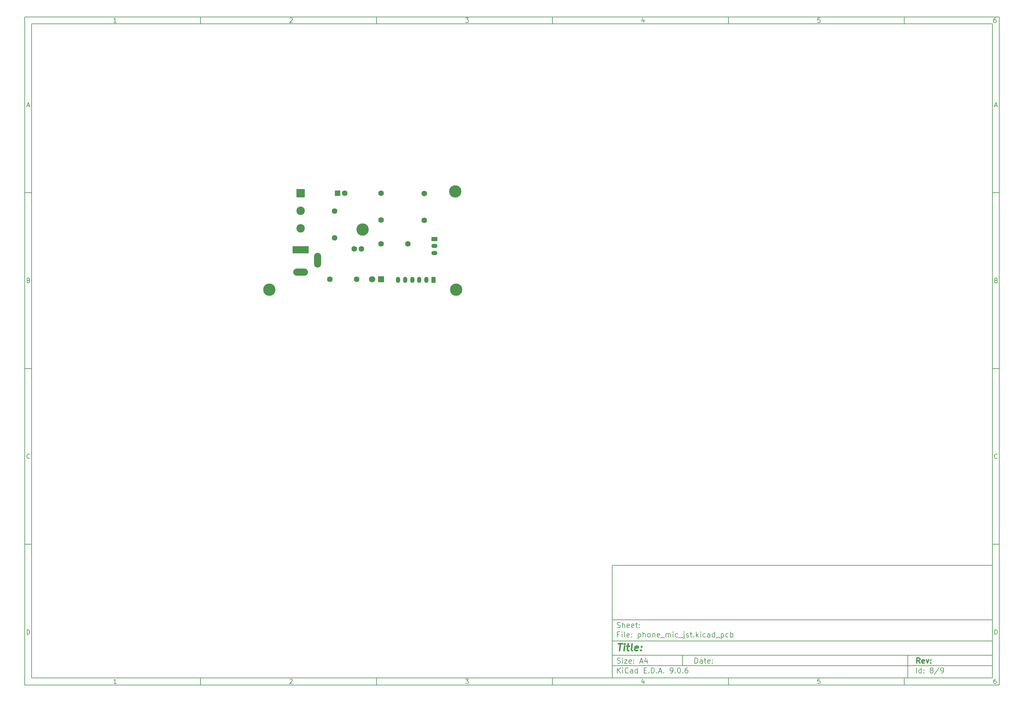
<source format=gbs>
%TF.GenerationSoftware,KiCad,Pcbnew,9.0.6-9.0.6~ubuntu24.04.1*%
%TF.CreationDate,2025-11-30T17:34:31+01:00*%
%TF.ProjectId,phone_mic_jst,70686f6e-655f-46d6-9963-5f6a73742e6b,rev?*%
%TF.SameCoordinates,Original*%
%TF.FileFunction,Soldermask,Bot*%
%TF.FilePolarity,Negative*%
%FSLAX46Y46*%
G04 Gerber Fmt 4.6, Leading zero omitted, Abs format (unit mm)*
G04 Created by KiCad (PCBNEW 9.0.6-9.0.6~ubuntu24.04.1) date 2025-11-30 17:34:31*
%MOMM*%
%LPD*%
G01*
G04 APERTURE LIST*
G04 Aperture macros list*
%AMRoundRect*
0 Rectangle with rounded corners*
0 $1 Rounding radius*
0 $2 $3 $4 $5 $6 $7 $8 $9 X,Y pos of 4 corners*
0 Add a 4 corners polygon primitive as box body*
4,1,4,$2,$3,$4,$5,$6,$7,$8,$9,$2,$3,0*
0 Add four circle primitives for the rounded corners*
1,1,$1+$1,$2,$3*
1,1,$1+$1,$4,$5*
1,1,$1+$1,$6,$7*
1,1,$1+$1,$8,$9*
0 Add four rect primitives between the rounded corners*
20,1,$1+$1,$2,$3,$4,$5,0*
20,1,$1+$1,$4,$5,$6,$7,0*
20,1,$1+$1,$6,$7,$8,$9,0*
20,1,$1+$1,$8,$9,$2,$3,0*%
G04 Aperture macros list end*
%ADD10C,0.100000*%
%ADD11C,0.150000*%
%ADD12C,0.300000*%
%ADD13C,0.400000*%
%ADD14R,1.800000X1.800000*%
%ADD15C,1.800000*%
%ADD16RoundRect,0.250000X0.350000X0.625000X-0.350000X0.625000X-0.350000X-0.625000X0.350000X-0.625000X0*%
%ADD17O,1.200000X1.750000*%
%ADD18C,1.600000*%
%ADD19C,3.500000*%
%ADD20RoundRect,0.250000X-0.625000X0.350000X-0.625000X-0.350000X0.625000X-0.350000X0.625000X0.350000X0*%
%ADD21O,1.750000X1.200000*%
%ADD22R,4.600000X2.000000*%
%ADD23O,4.200000X2.000000*%
%ADD24O,2.000000X4.200000*%
%ADD25RoundRect,0.250000X-0.550000X-0.550000X0.550000X-0.550000X0.550000X0.550000X-0.550000X0.550000X0*%
%ADD26RoundRect,0.250001X-0.949999X0.949999X-0.949999X-0.949999X0.949999X-0.949999X0.949999X0.949999X0*%
%ADD27C,2.400000*%
G04 APERTURE END LIST*
D10*
D11*
X177002200Y-166007200D02*
X285002200Y-166007200D01*
X285002200Y-198007200D01*
X177002200Y-198007200D01*
X177002200Y-166007200D01*
D10*
D11*
X10000000Y-10000000D02*
X287002200Y-10000000D01*
X287002200Y-200007200D01*
X10000000Y-200007200D01*
X10000000Y-10000000D01*
D10*
D11*
X12000000Y-12000000D02*
X285002200Y-12000000D01*
X285002200Y-198007200D01*
X12000000Y-198007200D01*
X12000000Y-12000000D01*
D10*
D11*
X60000000Y-12000000D02*
X60000000Y-10000000D01*
D10*
D11*
X110000000Y-12000000D02*
X110000000Y-10000000D01*
D10*
D11*
X160000000Y-12000000D02*
X160000000Y-10000000D01*
D10*
D11*
X210000000Y-12000000D02*
X210000000Y-10000000D01*
D10*
D11*
X260000000Y-12000000D02*
X260000000Y-10000000D01*
D10*
D11*
X36089160Y-11593604D02*
X35346303Y-11593604D01*
X35717731Y-11593604D02*
X35717731Y-10293604D01*
X35717731Y-10293604D02*
X35593922Y-10479319D01*
X35593922Y-10479319D02*
X35470112Y-10603128D01*
X35470112Y-10603128D02*
X35346303Y-10665033D01*
D10*
D11*
X85346303Y-10417414D02*
X85408207Y-10355509D01*
X85408207Y-10355509D02*
X85532017Y-10293604D01*
X85532017Y-10293604D02*
X85841541Y-10293604D01*
X85841541Y-10293604D02*
X85965350Y-10355509D01*
X85965350Y-10355509D02*
X86027255Y-10417414D01*
X86027255Y-10417414D02*
X86089160Y-10541223D01*
X86089160Y-10541223D02*
X86089160Y-10665033D01*
X86089160Y-10665033D02*
X86027255Y-10850747D01*
X86027255Y-10850747D02*
X85284398Y-11593604D01*
X85284398Y-11593604D02*
X86089160Y-11593604D01*
D10*
D11*
X135284398Y-10293604D02*
X136089160Y-10293604D01*
X136089160Y-10293604D02*
X135655826Y-10788842D01*
X135655826Y-10788842D02*
X135841541Y-10788842D01*
X135841541Y-10788842D02*
X135965350Y-10850747D01*
X135965350Y-10850747D02*
X136027255Y-10912652D01*
X136027255Y-10912652D02*
X136089160Y-11036461D01*
X136089160Y-11036461D02*
X136089160Y-11345985D01*
X136089160Y-11345985D02*
X136027255Y-11469795D01*
X136027255Y-11469795D02*
X135965350Y-11531700D01*
X135965350Y-11531700D02*
X135841541Y-11593604D01*
X135841541Y-11593604D02*
X135470112Y-11593604D01*
X135470112Y-11593604D02*
X135346303Y-11531700D01*
X135346303Y-11531700D02*
X135284398Y-11469795D01*
D10*
D11*
X185965350Y-10726938D02*
X185965350Y-11593604D01*
X185655826Y-10231700D02*
X185346303Y-11160271D01*
X185346303Y-11160271D02*
X186151064Y-11160271D01*
D10*
D11*
X236027255Y-10293604D02*
X235408207Y-10293604D01*
X235408207Y-10293604D02*
X235346303Y-10912652D01*
X235346303Y-10912652D02*
X235408207Y-10850747D01*
X235408207Y-10850747D02*
X235532017Y-10788842D01*
X235532017Y-10788842D02*
X235841541Y-10788842D01*
X235841541Y-10788842D02*
X235965350Y-10850747D01*
X235965350Y-10850747D02*
X236027255Y-10912652D01*
X236027255Y-10912652D02*
X236089160Y-11036461D01*
X236089160Y-11036461D02*
X236089160Y-11345985D01*
X236089160Y-11345985D02*
X236027255Y-11469795D01*
X236027255Y-11469795D02*
X235965350Y-11531700D01*
X235965350Y-11531700D02*
X235841541Y-11593604D01*
X235841541Y-11593604D02*
X235532017Y-11593604D01*
X235532017Y-11593604D02*
X235408207Y-11531700D01*
X235408207Y-11531700D02*
X235346303Y-11469795D01*
D10*
D11*
X285965350Y-10293604D02*
X285717731Y-10293604D01*
X285717731Y-10293604D02*
X285593922Y-10355509D01*
X285593922Y-10355509D02*
X285532017Y-10417414D01*
X285532017Y-10417414D02*
X285408207Y-10603128D01*
X285408207Y-10603128D02*
X285346303Y-10850747D01*
X285346303Y-10850747D02*
X285346303Y-11345985D01*
X285346303Y-11345985D02*
X285408207Y-11469795D01*
X285408207Y-11469795D02*
X285470112Y-11531700D01*
X285470112Y-11531700D02*
X285593922Y-11593604D01*
X285593922Y-11593604D02*
X285841541Y-11593604D01*
X285841541Y-11593604D02*
X285965350Y-11531700D01*
X285965350Y-11531700D02*
X286027255Y-11469795D01*
X286027255Y-11469795D02*
X286089160Y-11345985D01*
X286089160Y-11345985D02*
X286089160Y-11036461D01*
X286089160Y-11036461D02*
X286027255Y-10912652D01*
X286027255Y-10912652D02*
X285965350Y-10850747D01*
X285965350Y-10850747D02*
X285841541Y-10788842D01*
X285841541Y-10788842D02*
X285593922Y-10788842D01*
X285593922Y-10788842D02*
X285470112Y-10850747D01*
X285470112Y-10850747D02*
X285408207Y-10912652D01*
X285408207Y-10912652D02*
X285346303Y-11036461D01*
D10*
D11*
X60000000Y-198007200D02*
X60000000Y-200007200D01*
D10*
D11*
X110000000Y-198007200D02*
X110000000Y-200007200D01*
D10*
D11*
X160000000Y-198007200D02*
X160000000Y-200007200D01*
D10*
D11*
X210000000Y-198007200D02*
X210000000Y-200007200D01*
D10*
D11*
X260000000Y-198007200D02*
X260000000Y-200007200D01*
D10*
D11*
X36089160Y-199600804D02*
X35346303Y-199600804D01*
X35717731Y-199600804D02*
X35717731Y-198300804D01*
X35717731Y-198300804D02*
X35593922Y-198486519D01*
X35593922Y-198486519D02*
X35470112Y-198610328D01*
X35470112Y-198610328D02*
X35346303Y-198672233D01*
D10*
D11*
X85346303Y-198424614D02*
X85408207Y-198362709D01*
X85408207Y-198362709D02*
X85532017Y-198300804D01*
X85532017Y-198300804D02*
X85841541Y-198300804D01*
X85841541Y-198300804D02*
X85965350Y-198362709D01*
X85965350Y-198362709D02*
X86027255Y-198424614D01*
X86027255Y-198424614D02*
X86089160Y-198548423D01*
X86089160Y-198548423D02*
X86089160Y-198672233D01*
X86089160Y-198672233D02*
X86027255Y-198857947D01*
X86027255Y-198857947D02*
X85284398Y-199600804D01*
X85284398Y-199600804D02*
X86089160Y-199600804D01*
D10*
D11*
X135284398Y-198300804D02*
X136089160Y-198300804D01*
X136089160Y-198300804D02*
X135655826Y-198796042D01*
X135655826Y-198796042D02*
X135841541Y-198796042D01*
X135841541Y-198796042D02*
X135965350Y-198857947D01*
X135965350Y-198857947D02*
X136027255Y-198919852D01*
X136027255Y-198919852D02*
X136089160Y-199043661D01*
X136089160Y-199043661D02*
X136089160Y-199353185D01*
X136089160Y-199353185D02*
X136027255Y-199476995D01*
X136027255Y-199476995D02*
X135965350Y-199538900D01*
X135965350Y-199538900D02*
X135841541Y-199600804D01*
X135841541Y-199600804D02*
X135470112Y-199600804D01*
X135470112Y-199600804D02*
X135346303Y-199538900D01*
X135346303Y-199538900D02*
X135284398Y-199476995D01*
D10*
D11*
X185965350Y-198734138D02*
X185965350Y-199600804D01*
X185655826Y-198238900D02*
X185346303Y-199167471D01*
X185346303Y-199167471D02*
X186151064Y-199167471D01*
D10*
D11*
X236027255Y-198300804D02*
X235408207Y-198300804D01*
X235408207Y-198300804D02*
X235346303Y-198919852D01*
X235346303Y-198919852D02*
X235408207Y-198857947D01*
X235408207Y-198857947D02*
X235532017Y-198796042D01*
X235532017Y-198796042D02*
X235841541Y-198796042D01*
X235841541Y-198796042D02*
X235965350Y-198857947D01*
X235965350Y-198857947D02*
X236027255Y-198919852D01*
X236027255Y-198919852D02*
X236089160Y-199043661D01*
X236089160Y-199043661D02*
X236089160Y-199353185D01*
X236089160Y-199353185D02*
X236027255Y-199476995D01*
X236027255Y-199476995D02*
X235965350Y-199538900D01*
X235965350Y-199538900D02*
X235841541Y-199600804D01*
X235841541Y-199600804D02*
X235532017Y-199600804D01*
X235532017Y-199600804D02*
X235408207Y-199538900D01*
X235408207Y-199538900D02*
X235346303Y-199476995D01*
D10*
D11*
X285965350Y-198300804D02*
X285717731Y-198300804D01*
X285717731Y-198300804D02*
X285593922Y-198362709D01*
X285593922Y-198362709D02*
X285532017Y-198424614D01*
X285532017Y-198424614D02*
X285408207Y-198610328D01*
X285408207Y-198610328D02*
X285346303Y-198857947D01*
X285346303Y-198857947D02*
X285346303Y-199353185D01*
X285346303Y-199353185D02*
X285408207Y-199476995D01*
X285408207Y-199476995D02*
X285470112Y-199538900D01*
X285470112Y-199538900D02*
X285593922Y-199600804D01*
X285593922Y-199600804D02*
X285841541Y-199600804D01*
X285841541Y-199600804D02*
X285965350Y-199538900D01*
X285965350Y-199538900D02*
X286027255Y-199476995D01*
X286027255Y-199476995D02*
X286089160Y-199353185D01*
X286089160Y-199353185D02*
X286089160Y-199043661D01*
X286089160Y-199043661D02*
X286027255Y-198919852D01*
X286027255Y-198919852D02*
X285965350Y-198857947D01*
X285965350Y-198857947D02*
X285841541Y-198796042D01*
X285841541Y-198796042D02*
X285593922Y-198796042D01*
X285593922Y-198796042D02*
X285470112Y-198857947D01*
X285470112Y-198857947D02*
X285408207Y-198919852D01*
X285408207Y-198919852D02*
X285346303Y-199043661D01*
D10*
D11*
X10000000Y-60000000D02*
X12000000Y-60000000D01*
D10*
D11*
X10000000Y-110000000D02*
X12000000Y-110000000D01*
D10*
D11*
X10000000Y-160000000D02*
X12000000Y-160000000D01*
D10*
D11*
X10690476Y-35222176D02*
X11309523Y-35222176D01*
X10566666Y-35593604D02*
X10999999Y-34293604D01*
X10999999Y-34293604D02*
X11433333Y-35593604D01*
D10*
D11*
X11092857Y-84912652D02*
X11278571Y-84974557D01*
X11278571Y-84974557D02*
X11340476Y-85036461D01*
X11340476Y-85036461D02*
X11402380Y-85160271D01*
X11402380Y-85160271D02*
X11402380Y-85345985D01*
X11402380Y-85345985D02*
X11340476Y-85469795D01*
X11340476Y-85469795D02*
X11278571Y-85531700D01*
X11278571Y-85531700D02*
X11154761Y-85593604D01*
X11154761Y-85593604D02*
X10659523Y-85593604D01*
X10659523Y-85593604D02*
X10659523Y-84293604D01*
X10659523Y-84293604D02*
X11092857Y-84293604D01*
X11092857Y-84293604D02*
X11216666Y-84355509D01*
X11216666Y-84355509D02*
X11278571Y-84417414D01*
X11278571Y-84417414D02*
X11340476Y-84541223D01*
X11340476Y-84541223D02*
X11340476Y-84665033D01*
X11340476Y-84665033D02*
X11278571Y-84788842D01*
X11278571Y-84788842D02*
X11216666Y-84850747D01*
X11216666Y-84850747D02*
X11092857Y-84912652D01*
X11092857Y-84912652D02*
X10659523Y-84912652D01*
D10*
D11*
X11402380Y-135469795D02*
X11340476Y-135531700D01*
X11340476Y-135531700D02*
X11154761Y-135593604D01*
X11154761Y-135593604D02*
X11030952Y-135593604D01*
X11030952Y-135593604D02*
X10845238Y-135531700D01*
X10845238Y-135531700D02*
X10721428Y-135407890D01*
X10721428Y-135407890D02*
X10659523Y-135284080D01*
X10659523Y-135284080D02*
X10597619Y-135036461D01*
X10597619Y-135036461D02*
X10597619Y-134850747D01*
X10597619Y-134850747D02*
X10659523Y-134603128D01*
X10659523Y-134603128D02*
X10721428Y-134479319D01*
X10721428Y-134479319D02*
X10845238Y-134355509D01*
X10845238Y-134355509D02*
X11030952Y-134293604D01*
X11030952Y-134293604D02*
X11154761Y-134293604D01*
X11154761Y-134293604D02*
X11340476Y-134355509D01*
X11340476Y-134355509D02*
X11402380Y-134417414D01*
D10*
D11*
X10659523Y-185593604D02*
X10659523Y-184293604D01*
X10659523Y-184293604D02*
X10969047Y-184293604D01*
X10969047Y-184293604D02*
X11154761Y-184355509D01*
X11154761Y-184355509D02*
X11278571Y-184479319D01*
X11278571Y-184479319D02*
X11340476Y-184603128D01*
X11340476Y-184603128D02*
X11402380Y-184850747D01*
X11402380Y-184850747D02*
X11402380Y-185036461D01*
X11402380Y-185036461D02*
X11340476Y-185284080D01*
X11340476Y-185284080D02*
X11278571Y-185407890D01*
X11278571Y-185407890D02*
X11154761Y-185531700D01*
X11154761Y-185531700D02*
X10969047Y-185593604D01*
X10969047Y-185593604D02*
X10659523Y-185593604D01*
D10*
D11*
X287002200Y-60000000D02*
X285002200Y-60000000D01*
D10*
D11*
X287002200Y-110000000D02*
X285002200Y-110000000D01*
D10*
D11*
X287002200Y-160000000D02*
X285002200Y-160000000D01*
D10*
D11*
X285692676Y-35222176D02*
X286311723Y-35222176D01*
X285568866Y-35593604D02*
X286002199Y-34293604D01*
X286002199Y-34293604D02*
X286435533Y-35593604D01*
D10*
D11*
X286095057Y-84912652D02*
X286280771Y-84974557D01*
X286280771Y-84974557D02*
X286342676Y-85036461D01*
X286342676Y-85036461D02*
X286404580Y-85160271D01*
X286404580Y-85160271D02*
X286404580Y-85345985D01*
X286404580Y-85345985D02*
X286342676Y-85469795D01*
X286342676Y-85469795D02*
X286280771Y-85531700D01*
X286280771Y-85531700D02*
X286156961Y-85593604D01*
X286156961Y-85593604D02*
X285661723Y-85593604D01*
X285661723Y-85593604D02*
X285661723Y-84293604D01*
X285661723Y-84293604D02*
X286095057Y-84293604D01*
X286095057Y-84293604D02*
X286218866Y-84355509D01*
X286218866Y-84355509D02*
X286280771Y-84417414D01*
X286280771Y-84417414D02*
X286342676Y-84541223D01*
X286342676Y-84541223D02*
X286342676Y-84665033D01*
X286342676Y-84665033D02*
X286280771Y-84788842D01*
X286280771Y-84788842D02*
X286218866Y-84850747D01*
X286218866Y-84850747D02*
X286095057Y-84912652D01*
X286095057Y-84912652D02*
X285661723Y-84912652D01*
D10*
D11*
X286404580Y-135469795D02*
X286342676Y-135531700D01*
X286342676Y-135531700D02*
X286156961Y-135593604D01*
X286156961Y-135593604D02*
X286033152Y-135593604D01*
X286033152Y-135593604D02*
X285847438Y-135531700D01*
X285847438Y-135531700D02*
X285723628Y-135407890D01*
X285723628Y-135407890D02*
X285661723Y-135284080D01*
X285661723Y-135284080D02*
X285599819Y-135036461D01*
X285599819Y-135036461D02*
X285599819Y-134850747D01*
X285599819Y-134850747D02*
X285661723Y-134603128D01*
X285661723Y-134603128D02*
X285723628Y-134479319D01*
X285723628Y-134479319D02*
X285847438Y-134355509D01*
X285847438Y-134355509D02*
X286033152Y-134293604D01*
X286033152Y-134293604D02*
X286156961Y-134293604D01*
X286156961Y-134293604D02*
X286342676Y-134355509D01*
X286342676Y-134355509D02*
X286404580Y-134417414D01*
D10*
D11*
X285661723Y-185593604D02*
X285661723Y-184293604D01*
X285661723Y-184293604D02*
X285971247Y-184293604D01*
X285971247Y-184293604D02*
X286156961Y-184355509D01*
X286156961Y-184355509D02*
X286280771Y-184479319D01*
X286280771Y-184479319D02*
X286342676Y-184603128D01*
X286342676Y-184603128D02*
X286404580Y-184850747D01*
X286404580Y-184850747D02*
X286404580Y-185036461D01*
X286404580Y-185036461D02*
X286342676Y-185284080D01*
X286342676Y-185284080D02*
X286280771Y-185407890D01*
X286280771Y-185407890D02*
X286156961Y-185531700D01*
X286156961Y-185531700D02*
X285971247Y-185593604D01*
X285971247Y-185593604D02*
X285661723Y-185593604D01*
D10*
D11*
X200458026Y-193793328D02*
X200458026Y-192293328D01*
X200458026Y-192293328D02*
X200815169Y-192293328D01*
X200815169Y-192293328D02*
X201029455Y-192364757D01*
X201029455Y-192364757D02*
X201172312Y-192507614D01*
X201172312Y-192507614D02*
X201243741Y-192650471D01*
X201243741Y-192650471D02*
X201315169Y-192936185D01*
X201315169Y-192936185D02*
X201315169Y-193150471D01*
X201315169Y-193150471D02*
X201243741Y-193436185D01*
X201243741Y-193436185D02*
X201172312Y-193579042D01*
X201172312Y-193579042D02*
X201029455Y-193721900D01*
X201029455Y-193721900D02*
X200815169Y-193793328D01*
X200815169Y-193793328D02*
X200458026Y-193793328D01*
X202600884Y-193793328D02*
X202600884Y-193007614D01*
X202600884Y-193007614D02*
X202529455Y-192864757D01*
X202529455Y-192864757D02*
X202386598Y-192793328D01*
X202386598Y-192793328D02*
X202100884Y-192793328D01*
X202100884Y-192793328D02*
X201958026Y-192864757D01*
X202600884Y-193721900D02*
X202458026Y-193793328D01*
X202458026Y-193793328D02*
X202100884Y-193793328D01*
X202100884Y-193793328D02*
X201958026Y-193721900D01*
X201958026Y-193721900D02*
X201886598Y-193579042D01*
X201886598Y-193579042D02*
X201886598Y-193436185D01*
X201886598Y-193436185D02*
X201958026Y-193293328D01*
X201958026Y-193293328D02*
X202100884Y-193221900D01*
X202100884Y-193221900D02*
X202458026Y-193221900D01*
X202458026Y-193221900D02*
X202600884Y-193150471D01*
X203100884Y-192793328D02*
X203672312Y-192793328D01*
X203315169Y-192293328D02*
X203315169Y-193579042D01*
X203315169Y-193579042D02*
X203386598Y-193721900D01*
X203386598Y-193721900D02*
X203529455Y-193793328D01*
X203529455Y-193793328D02*
X203672312Y-193793328D01*
X204743741Y-193721900D02*
X204600884Y-193793328D01*
X204600884Y-193793328D02*
X204315170Y-193793328D01*
X204315170Y-193793328D02*
X204172312Y-193721900D01*
X204172312Y-193721900D02*
X204100884Y-193579042D01*
X204100884Y-193579042D02*
X204100884Y-193007614D01*
X204100884Y-193007614D02*
X204172312Y-192864757D01*
X204172312Y-192864757D02*
X204315170Y-192793328D01*
X204315170Y-192793328D02*
X204600884Y-192793328D01*
X204600884Y-192793328D02*
X204743741Y-192864757D01*
X204743741Y-192864757D02*
X204815170Y-193007614D01*
X204815170Y-193007614D02*
X204815170Y-193150471D01*
X204815170Y-193150471D02*
X204100884Y-193293328D01*
X205458026Y-193650471D02*
X205529455Y-193721900D01*
X205529455Y-193721900D02*
X205458026Y-193793328D01*
X205458026Y-193793328D02*
X205386598Y-193721900D01*
X205386598Y-193721900D02*
X205458026Y-193650471D01*
X205458026Y-193650471D02*
X205458026Y-193793328D01*
X205458026Y-192864757D02*
X205529455Y-192936185D01*
X205529455Y-192936185D02*
X205458026Y-193007614D01*
X205458026Y-193007614D02*
X205386598Y-192936185D01*
X205386598Y-192936185D02*
X205458026Y-192864757D01*
X205458026Y-192864757D02*
X205458026Y-193007614D01*
D10*
D11*
X177002200Y-194507200D02*
X285002200Y-194507200D01*
D10*
D11*
X178458026Y-196593328D02*
X178458026Y-195093328D01*
X179315169Y-196593328D02*
X178672312Y-195736185D01*
X179315169Y-195093328D02*
X178458026Y-195950471D01*
X179958026Y-196593328D02*
X179958026Y-195593328D01*
X179958026Y-195093328D02*
X179886598Y-195164757D01*
X179886598Y-195164757D02*
X179958026Y-195236185D01*
X179958026Y-195236185D02*
X180029455Y-195164757D01*
X180029455Y-195164757D02*
X179958026Y-195093328D01*
X179958026Y-195093328D02*
X179958026Y-195236185D01*
X181529455Y-196450471D02*
X181458027Y-196521900D01*
X181458027Y-196521900D02*
X181243741Y-196593328D01*
X181243741Y-196593328D02*
X181100884Y-196593328D01*
X181100884Y-196593328D02*
X180886598Y-196521900D01*
X180886598Y-196521900D02*
X180743741Y-196379042D01*
X180743741Y-196379042D02*
X180672312Y-196236185D01*
X180672312Y-196236185D02*
X180600884Y-195950471D01*
X180600884Y-195950471D02*
X180600884Y-195736185D01*
X180600884Y-195736185D02*
X180672312Y-195450471D01*
X180672312Y-195450471D02*
X180743741Y-195307614D01*
X180743741Y-195307614D02*
X180886598Y-195164757D01*
X180886598Y-195164757D02*
X181100884Y-195093328D01*
X181100884Y-195093328D02*
X181243741Y-195093328D01*
X181243741Y-195093328D02*
X181458027Y-195164757D01*
X181458027Y-195164757D02*
X181529455Y-195236185D01*
X182815170Y-196593328D02*
X182815170Y-195807614D01*
X182815170Y-195807614D02*
X182743741Y-195664757D01*
X182743741Y-195664757D02*
X182600884Y-195593328D01*
X182600884Y-195593328D02*
X182315170Y-195593328D01*
X182315170Y-195593328D02*
X182172312Y-195664757D01*
X182815170Y-196521900D02*
X182672312Y-196593328D01*
X182672312Y-196593328D02*
X182315170Y-196593328D01*
X182315170Y-196593328D02*
X182172312Y-196521900D01*
X182172312Y-196521900D02*
X182100884Y-196379042D01*
X182100884Y-196379042D02*
X182100884Y-196236185D01*
X182100884Y-196236185D02*
X182172312Y-196093328D01*
X182172312Y-196093328D02*
X182315170Y-196021900D01*
X182315170Y-196021900D02*
X182672312Y-196021900D01*
X182672312Y-196021900D02*
X182815170Y-195950471D01*
X184172313Y-196593328D02*
X184172313Y-195093328D01*
X184172313Y-196521900D02*
X184029455Y-196593328D01*
X184029455Y-196593328D02*
X183743741Y-196593328D01*
X183743741Y-196593328D02*
X183600884Y-196521900D01*
X183600884Y-196521900D02*
X183529455Y-196450471D01*
X183529455Y-196450471D02*
X183458027Y-196307614D01*
X183458027Y-196307614D02*
X183458027Y-195879042D01*
X183458027Y-195879042D02*
X183529455Y-195736185D01*
X183529455Y-195736185D02*
X183600884Y-195664757D01*
X183600884Y-195664757D02*
X183743741Y-195593328D01*
X183743741Y-195593328D02*
X184029455Y-195593328D01*
X184029455Y-195593328D02*
X184172313Y-195664757D01*
X186029455Y-195807614D02*
X186529455Y-195807614D01*
X186743741Y-196593328D02*
X186029455Y-196593328D01*
X186029455Y-196593328D02*
X186029455Y-195093328D01*
X186029455Y-195093328D02*
X186743741Y-195093328D01*
X187386598Y-196450471D02*
X187458027Y-196521900D01*
X187458027Y-196521900D02*
X187386598Y-196593328D01*
X187386598Y-196593328D02*
X187315170Y-196521900D01*
X187315170Y-196521900D02*
X187386598Y-196450471D01*
X187386598Y-196450471D02*
X187386598Y-196593328D01*
X188100884Y-196593328D02*
X188100884Y-195093328D01*
X188100884Y-195093328D02*
X188458027Y-195093328D01*
X188458027Y-195093328D02*
X188672313Y-195164757D01*
X188672313Y-195164757D02*
X188815170Y-195307614D01*
X188815170Y-195307614D02*
X188886599Y-195450471D01*
X188886599Y-195450471D02*
X188958027Y-195736185D01*
X188958027Y-195736185D02*
X188958027Y-195950471D01*
X188958027Y-195950471D02*
X188886599Y-196236185D01*
X188886599Y-196236185D02*
X188815170Y-196379042D01*
X188815170Y-196379042D02*
X188672313Y-196521900D01*
X188672313Y-196521900D02*
X188458027Y-196593328D01*
X188458027Y-196593328D02*
X188100884Y-196593328D01*
X189600884Y-196450471D02*
X189672313Y-196521900D01*
X189672313Y-196521900D02*
X189600884Y-196593328D01*
X189600884Y-196593328D02*
X189529456Y-196521900D01*
X189529456Y-196521900D02*
X189600884Y-196450471D01*
X189600884Y-196450471D02*
X189600884Y-196593328D01*
X190243742Y-196164757D02*
X190958028Y-196164757D01*
X190100885Y-196593328D02*
X190600885Y-195093328D01*
X190600885Y-195093328D02*
X191100885Y-196593328D01*
X191600884Y-196450471D02*
X191672313Y-196521900D01*
X191672313Y-196521900D02*
X191600884Y-196593328D01*
X191600884Y-196593328D02*
X191529456Y-196521900D01*
X191529456Y-196521900D02*
X191600884Y-196450471D01*
X191600884Y-196450471D02*
X191600884Y-196593328D01*
X193529456Y-196593328D02*
X193815170Y-196593328D01*
X193815170Y-196593328D02*
X193958027Y-196521900D01*
X193958027Y-196521900D02*
X194029456Y-196450471D01*
X194029456Y-196450471D02*
X194172313Y-196236185D01*
X194172313Y-196236185D02*
X194243742Y-195950471D01*
X194243742Y-195950471D02*
X194243742Y-195379042D01*
X194243742Y-195379042D02*
X194172313Y-195236185D01*
X194172313Y-195236185D02*
X194100885Y-195164757D01*
X194100885Y-195164757D02*
X193958027Y-195093328D01*
X193958027Y-195093328D02*
X193672313Y-195093328D01*
X193672313Y-195093328D02*
X193529456Y-195164757D01*
X193529456Y-195164757D02*
X193458027Y-195236185D01*
X193458027Y-195236185D02*
X193386599Y-195379042D01*
X193386599Y-195379042D02*
X193386599Y-195736185D01*
X193386599Y-195736185D02*
X193458027Y-195879042D01*
X193458027Y-195879042D02*
X193529456Y-195950471D01*
X193529456Y-195950471D02*
X193672313Y-196021900D01*
X193672313Y-196021900D02*
X193958027Y-196021900D01*
X193958027Y-196021900D02*
X194100885Y-195950471D01*
X194100885Y-195950471D02*
X194172313Y-195879042D01*
X194172313Y-195879042D02*
X194243742Y-195736185D01*
X194886598Y-196450471D02*
X194958027Y-196521900D01*
X194958027Y-196521900D02*
X194886598Y-196593328D01*
X194886598Y-196593328D02*
X194815170Y-196521900D01*
X194815170Y-196521900D02*
X194886598Y-196450471D01*
X194886598Y-196450471D02*
X194886598Y-196593328D01*
X195886599Y-195093328D02*
X196029456Y-195093328D01*
X196029456Y-195093328D02*
X196172313Y-195164757D01*
X196172313Y-195164757D02*
X196243742Y-195236185D01*
X196243742Y-195236185D02*
X196315170Y-195379042D01*
X196315170Y-195379042D02*
X196386599Y-195664757D01*
X196386599Y-195664757D02*
X196386599Y-196021900D01*
X196386599Y-196021900D02*
X196315170Y-196307614D01*
X196315170Y-196307614D02*
X196243742Y-196450471D01*
X196243742Y-196450471D02*
X196172313Y-196521900D01*
X196172313Y-196521900D02*
X196029456Y-196593328D01*
X196029456Y-196593328D02*
X195886599Y-196593328D01*
X195886599Y-196593328D02*
X195743742Y-196521900D01*
X195743742Y-196521900D02*
X195672313Y-196450471D01*
X195672313Y-196450471D02*
X195600884Y-196307614D01*
X195600884Y-196307614D02*
X195529456Y-196021900D01*
X195529456Y-196021900D02*
X195529456Y-195664757D01*
X195529456Y-195664757D02*
X195600884Y-195379042D01*
X195600884Y-195379042D02*
X195672313Y-195236185D01*
X195672313Y-195236185D02*
X195743742Y-195164757D01*
X195743742Y-195164757D02*
X195886599Y-195093328D01*
X197029455Y-196450471D02*
X197100884Y-196521900D01*
X197100884Y-196521900D02*
X197029455Y-196593328D01*
X197029455Y-196593328D02*
X196958027Y-196521900D01*
X196958027Y-196521900D02*
X197029455Y-196450471D01*
X197029455Y-196450471D02*
X197029455Y-196593328D01*
X198386599Y-195093328D02*
X198100884Y-195093328D01*
X198100884Y-195093328D02*
X197958027Y-195164757D01*
X197958027Y-195164757D02*
X197886599Y-195236185D01*
X197886599Y-195236185D02*
X197743741Y-195450471D01*
X197743741Y-195450471D02*
X197672313Y-195736185D01*
X197672313Y-195736185D02*
X197672313Y-196307614D01*
X197672313Y-196307614D02*
X197743741Y-196450471D01*
X197743741Y-196450471D02*
X197815170Y-196521900D01*
X197815170Y-196521900D02*
X197958027Y-196593328D01*
X197958027Y-196593328D02*
X198243741Y-196593328D01*
X198243741Y-196593328D02*
X198386599Y-196521900D01*
X198386599Y-196521900D02*
X198458027Y-196450471D01*
X198458027Y-196450471D02*
X198529456Y-196307614D01*
X198529456Y-196307614D02*
X198529456Y-195950471D01*
X198529456Y-195950471D02*
X198458027Y-195807614D01*
X198458027Y-195807614D02*
X198386599Y-195736185D01*
X198386599Y-195736185D02*
X198243741Y-195664757D01*
X198243741Y-195664757D02*
X197958027Y-195664757D01*
X197958027Y-195664757D02*
X197815170Y-195736185D01*
X197815170Y-195736185D02*
X197743741Y-195807614D01*
X197743741Y-195807614D02*
X197672313Y-195950471D01*
D10*
D11*
X177002200Y-191507200D02*
X285002200Y-191507200D01*
D10*
D12*
X264413853Y-193785528D02*
X263913853Y-193071242D01*
X263556710Y-193785528D02*
X263556710Y-192285528D01*
X263556710Y-192285528D02*
X264128139Y-192285528D01*
X264128139Y-192285528D02*
X264270996Y-192356957D01*
X264270996Y-192356957D02*
X264342425Y-192428385D01*
X264342425Y-192428385D02*
X264413853Y-192571242D01*
X264413853Y-192571242D02*
X264413853Y-192785528D01*
X264413853Y-192785528D02*
X264342425Y-192928385D01*
X264342425Y-192928385D02*
X264270996Y-192999814D01*
X264270996Y-192999814D02*
X264128139Y-193071242D01*
X264128139Y-193071242D02*
X263556710Y-193071242D01*
X265628139Y-193714100D02*
X265485282Y-193785528D01*
X265485282Y-193785528D02*
X265199568Y-193785528D01*
X265199568Y-193785528D02*
X265056710Y-193714100D01*
X265056710Y-193714100D02*
X264985282Y-193571242D01*
X264985282Y-193571242D02*
X264985282Y-192999814D01*
X264985282Y-192999814D02*
X265056710Y-192856957D01*
X265056710Y-192856957D02*
X265199568Y-192785528D01*
X265199568Y-192785528D02*
X265485282Y-192785528D01*
X265485282Y-192785528D02*
X265628139Y-192856957D01*
X265628139Y-192856957D02*
X265699568Y-192999814D01*
X265699568Y-192999814D02*
X265699568Y-193142671D01*
X265699568Y-193142671D02*
X264985282Y-193285528D01*
X266199567Y-192785528D02*
X266556710Y-193785528D01*
X266556710Y-193785528D02*
X266913853Y-192785528D01*
X267485281Y-193642671D02*
X267556710Y-193714100D01*
X267556710Y-193714100D02*
X267485281Y-193785528D01*
X267485281Y-193785528D02*
X267413853Y-193714100D01*
X267413853Y-193714100D02*
X267485281Y-193642671D01*
X267485281Y-193642671D02*
X267485281Y-193785528D01*
X267485281Y-192856957D02*
X267556710Y-192928385D01*
X267556710Y-192928385D02*
X267485281Y-192999814D01*
X267485281Y-192999814D02*
X267413853Y-192928385D01*
X267413853Y-192928385D02*
X267485281Y-192856957D01*
X267485281Y-192856957D02*
X267485281Y-192999814D01*
D10*
D11*
X178386598Y-193721900D02*
X178600884Y-193793328D01*
X178600884Y-193793328D02*
X178958026Y-193793328D01*
X178958026Y-193793328D02*
X179100884Y-193721900D01*
X179100884Y-193721900D02*
X179172312Y-193650471D01*
X179172312Y-193650471D02*
X179243741Y-193507614D01*
X179243741Y-193507614D02*
X179243741Y-193364757D01*
X179243741Y-193364757D02*
X179172312Y-193221900D01*
X179172312Y-193221900D02*
X179100884Y-193150471D01*
X179100884Y-193150471D02*
X178958026Y-193079042D01*
X178958026Y-193079042D02*
X178672312Y-193007614D01*
X178672312Y-193007614D02*
X178529455Y-192936185D01*
X178529455Y-192936185D02*
X178458026Y-192864757D01*
X178458026Y-192864757D02*
X178386598Y-192721900D01*
X178386598Y-192721900D02*
X178386598Y-192579042D01*
X178386598Y-192579042D02*
X178458026Y-192436185D01*
X178458026Y-192436185D02*
X178529455Y-192364757D01*
X178529455Y-192364757D02*
X178672312Y-192293328D01*
X178672312Y-192293328D02*
X179029455Y-192293328D01*
X179029455Y-192293328D02*
X179243741Y-192364757D01*
X179886597Y-193793328D02*
X179886597Y-192793328D01*
X179886597Y-192293328D02*
X179815169Y-192364757D01*
X179815169Y-192364757D02*
X179886597Y-192436185D01*
X179886597Y-192436185D02*
X179958026Y-192364757D01*
X179958026Y-192364757D02*
X179886597Y-192293328D01*
X179886597Y-192293328D02*
X179886597Y-192436185D01*
X180458026Y-192793328D02*
X181243741Y-192793328D01*
X181243741Y-192793328D02*
X180458026Y-193793328D01*
X180458026Y-193793328D02*
X181243741Y-193793328D01*
X182386598Y-193721900D02*
X182243741Y-193793328D01*
X182243741Y-193793328D02*
X181958027Y-193793328D01*
X181958027Y-193793328D02*
X181815169Y-193721900D01*
X181815169Y-193721900D02*
X181743741Y-193579042D01*
X181743741Y-193579042D02*
X181743741Y-193007614D01*
X181743741Y-193007614D02*
X181815169Y-192864757D01*
X181815169Y-192864757D02*
X181958027Y-192793328D01*
X181958027Y-192793328D02*
X182243741Y-192793328D01*
X182243741Y-192793328D02*
X182386598Y-192864757D01*
X182386598Y-192864757D02*
X182458027Y-193007614D01*
X182458027Y-193007614D02*
X182458027Y-193150471D01*
X182458027Y-193150471D02*
X181743741Y-193293328D01*
X183100883Y-193650471D02*
X183172312Y-193721900D01*
X183172312Y-193721900D02*
X183100883Y-193793328D01*
X183100883Y-193793328D02*
X183029455Y-193721900D01*
X183029455Y-193721900D02*
X183100883Y-193650471D01*
X183100883Y-193650471D02*
X183100883Y-193793328D01*
X183100883Y-192864757D02*
X183172312Y-192936185D01*
X183172312Y-192936185D02*
X183100883Y-193007614D01*
X183100883Y-193007614D02*
X183029455Y-192936185D01*
X183029455Y-192936185D02*
X183100883Y-192864757D01*
X183100883Y-192864757D02*
X183100883Y-193007614D01*
X184886598Y-193364757D02*
X185600884Y-193364757D01*
X184743741Y-193793328D02*
X185243741Y-192293328D01*
X185243741Y-192293328D02*
X185743741Y-193793328D01*
X186886598Y-192793328D02*
X186886598Y-193793328D01*
X186529455Y-192221900D02*
X186172312Y-193293328D01*
X186172312Y-193293328D02*
X187100883Y-193293328D01*
D10*
D11*
X263458026Y-196593328D02*
X263458026Y-195093328D01*
X264815170Y-196593328D02*
X264815170Y-195093328D01*
X264815170Y-196521900D02*
X264672312Y-196593328D01*
X264672312Y-196593328D02*
X264386598Y-196593328D01*
X264386598Y-196593328D02*
X264243741Y-196521900D01*
X264243741Y-196521900D02*
X264172312Y-196450471D01*
X264172312Y-196450471D02*
X264100884Y-196307614D01*
X264100884Y-196307614D02*
X264100884Y-195879042D01*
X264100884Y-195879042D02*
X264172312Y-195736185D01*
X264172312Y-195736185D02*
X264243741Y-195664757D01*
X264243741Y-195664757D02*
X264386598Y-195593328D01*
X264386598Y-195593328D02*
X264672312Y-195593328D01*
X264672312Y-195593328D02*
X264815170Y-195664757D01*
X265529455Y-196450471D02*
X265600884Y-196521900D01*
X265600884Y-196521900D02*
X265529455Y-196593328D01*
X265529455Y-196593328D02*
X265458027Y-196521900D01*
X265458027Y-196521900D02*
X265529455Y-196450471D01*
X265529455Y-196450471D02*
X265529455Y-196593328D01*
X265529455Y-195664757D02*
X265600884Y-195736185D01*
X265600884Y-195736185D02*
X265529455Y-195807614D01*
X265529455Y-195807614D02*
X265458027Y-195736185D01*
X265458027Y-195736185D02*
X265529455Y-195664757D01*
X265529455Y-195664757D02*
X265529455Y-195807614D01*
X267600884Y-195736185D02*
X267458027Y-195664757D01*
X267458027Y-195664757D02*
X267386598Y-195593328D01*
X267386598Y-195593328D02*
X267315170Y-195450471D01*
X267315170Y-195450471D02*
X267315170Y-195379042D01*
X267315170Y-195379042D02*
X267386598Y-195236185D01*
X267386598Y-195236185D02*
X267458027Y-195164757D01*
X267458027Y-195164757D02*
X267600884Y-195093328D01*
X267600884Y-195093328D02*
X267886598Y-195093328D01*
X267886598Y-195093328D02*
X268029456Y-195164757D01*
X268029456Y-195164757D02*
X268100884Y-195236185D01*
X268100884Y-195236185D02*
X268172313Y-195379042D01*
X268172313Y-195379042D02*
X268172313Y-195450471D01*
X268172313Y-195450471D02*
X268100884Y-195593328D01*
X268100884Y-195593328D02*
X268029456Y-195664757D01*
X268029456Y-195664757D02*
X267886598Y-195736185D01*
X267886598Y-195736185D02*
X267600884Y-195736185D01*
X267600884Y-195736185D02*
X267458027Y-195807614D01*
X267458027Y-195807614D02*
X267386598Y-195879042D01*
X267386598Y-195879042D02*
X267315170Y-196021900D01*
X267315170Y-196021900D02*
X267315170Y-196307614D01*
X267315170Y-196307614D02*
X267386598Y-196450471D01*
X267386598Y-196450471D02*
X267458027Y-196521900D01*
X267458027Y-196521900D02*
X267600884Y-196593328D01*
X267600884Y-196593328D02*
X267886598Y-196593328D01*
X267886598Y-196593328D02*
X268029456Y-196521900D01*
X268029456Y-196521900D02*
X268100884Y-196450471D01*
X268100884Y-196450471D02*
X268172313Y-196307614D01*
X268172313Y-196307614D02*
X268172313Y-196021900D01*
X268172313Y-196021900D02*
X268100884Y-195879042D01*
X268100884Y-195879042D02*
X268029456Y-195807614D01*
X268029456Y-195807614D02*
X267886598Y-195736185D01*
X269886598Y-195021900D02*
X268600884Y-196950471D01*
X270458027Y-196593328D02*
X270743741Y-196593328D01*
X270743741Y-196593328D02*
X270886598Y-196521900D01*
X270886598Y-196521900D02*
X270958027Y-196450471D01*
X270958027Y-196450471D02*
X271100884Y-196236185D01*
X271100884Y-196236185D02*
X271172313Y-195950471D01*
X271172313Y-195950471D02*
X271172313Y-195379042D01*
X271172313Y-195379042D02*
X271100884Y-195236185D01*
X271100884Y-195236185D02*
X271029456Y-195164757D01*
X271029456Y-195164757D02*
X270886598Y-195093328D01*
X270886598Y-195093328D02*
X270600884Y-195093328D01*
X270600884Y-195093328D02*
X270458027Y-195164757D01*
X270458027Y-195164757D02*
X270386598Y-195236185D01*
X270386598Y-195236185D02*
X270315170Y-195379042D01*
X270315170Y-195379042D02*
X270315170Y-195736185D01*
X270315170Y-195736185D02*
X270386598Y-195879042D01*
X270386598Y-195879042D02*
X270458027Y-195950471D01*
X270458027Y-195950471D02*
X270600884Y-196021900D01*
X270600884Y-196021900D02*
X270886598Y-196021900D01*
X270886598Y-196021900D02*
X271029456Y-195950471D01*
X271029456Y-195950471D02*
X271100884Y-195879042D01*
X271100884Y-195879042D02*
X271172313Y-195736185D01*
D10*
D11*
X177002200Y-187507200D02*
X285002200Y-187507200D01*
D10*
D13*
X178693928Y-188211638D02*
X179836785Y-188211638D01*
X179015357Y-190211638D02*
X179265357Y-188211638D01*
X180253452Y-190211638D02*
X180420119Y-188878304D01*
X180503452Y-188211638D02*
X180396309Y-188306876D01*
X180396309Y-188306876D02*
X180479643Y-188402114D01*
X180479643Y-188402114D02*
X180586786Y-188306876D01*
X180586786Y-188306876D02*
X180503452Y-188211638D01*
X180503452Y-188211638D02*
X180479643Y-188402114D01*
X181086786Y-188878304D02*
X181848690Y-188878304D01*
X181455833Y-188211638D02*
X181241548Y-189925923D01*
X181241548Y-189925923D02*
X181312976Y-190116400D01*
X181312976Y-190116400D02*
X181491548Y-190211638D01*
X181491548Y-190211638D02*
X181682024Y-190211638D01*
X182634405Y-190211638D02*
X182455833Y-190116400D01*
X182455833Y-190116400D02*
X182384405Y-189925923D01*
X182384405Y-189925923D02*
X182598690Y-188211638D01*
X184170119Y-190116400D02*
X183967738Y-190211638D01*
X183967738Y-190211638D02*
X183586785Y-190211638D01*
X183586785Y-190211638D02*
X183408214Y-190116400D01*
X183408214Y-190116400D02*
X183336785Y-189925923D01*
X183336785Y-189925923D02*
X183432024Y-189164019D01*
X183432024Y-189164019D02*
X183551071Y-188973542D01*
X183551071Y-188973542D02*
X183753452Y-188878304D01*
X183753452Y-188878304D02*
X184134404Y-188878304D01*
X184134404Y-188878304D02*
X184312976Y-188973542D01*
X184312976Y-188973542D02*
X184384404Y-189164019D01*
X184384404Y-189164019D02*
X184360595Y-189354495D01*
X184360595Y-189354495D02*
X183384404Y-189544971D01*
X185134405Y-190021161D02*
X185217738Y-190116400D01*
X185217738Y-190116400D02*
X185110595Y-190211638D01*
X185110595Y-190211638D02*
X185027262Y-190116400D01*
X185027262Y-190116400D02*
X185134405Y-190021161D01*
X185134405Y-190021161D02*
X185110595Y-190211638D01*
X185265357Y-188973542D02*
X185348690Y-189068780D01*
X185348690Y-189068780D02*
X185241548Y-189164019D01*
X185241548Y-189164019D02*
X185158214Y-189068780D01*
X185158214Y-189068780D02*
X185265357Y-188973542D01*
X185265357Y-188973542D02*
X185241548Y-189164019D01*
D10*
D11*
X178958026Y-185607614D02*
X178458026Y-185607614D01*
X178458026Y-186393328D02*
X178458026Y-184893328D01*
X178458026Y-184893328D02*
X179172312Y-184893328D01*
X179743740Y-186393328D02*
X179743740Y-185393328D01*
X179743740Y-184893328D02*
X179672312Y-184964757D01*
X179672312Y-184964757D02*
X179743740Y-185036185D01*
X179743740Y-185036185D02*
X179815169Y-184964757D01*
X179815169Y-184964757D02*
X179743740Y-184893328D01*
X179743740Y-184893328D02*
X179743740Y-185036185D01*
X180672312Y-186393328D02*
X180529455Y-186321900D01*
X180529455Y-186321900D02*
X180458026Y-186179042D01*
X180458026Y-186179042D02*
X180458026Y-184893328D01*
X181815169Y-186321900D02*
X181672312Y-186393328D01*
X181672312Y-186393328D02*
X181386598Y-186393328D01*
X181386598Y-186393328D02*
X181243740Y-186321900D01*
X181243740Y-186321900D02*
X181172312Y-186179042D01*
X181172312Y-186179042D02*
X181172312Y-185607614D01*
X181172312Y-185607614D02*
X181243740Y-185464757D01*
X181243740Y-185464757D02*
X181386598Y-185393328D01*
X181386598Y-185393328D02*
X181672312Y-185393328D01*
X181672312Y-185393328D02*
X181815169Y-185464757D01*
X181815169Y-185464757D02*
X181886598Y-185607614D01*
X181886598Y-185607614D02*
X181886598Y-185750471D01*
X181886598Y-185750471D02*
X181172312Y-185893328D01*
X182529454Y-186250471D02*
X182600883Y-186321900D01*
X182600883Y-186321900D02*
X182529454Y-186393328D01*
X182529454Y-186393328D02*
X182458026Y-186321900D01*
X182458026Y-186321900D02*
X182529454Y-186250471D01*
X182529454Y-186250471D02*
X182529454Y-186393328D01*
X182529454Y-185464757D02*
X182600883Y-185536185D01*
X182600883Y-185536185D02*
X182529454Y-185607614D01*
X182529454Y-185607614D02*
X182458026Y-185536185D01*
X182458026Y-185536185D02*
X182529454Y-185464757D01*
X182529454Y-185464757D02*
X182529454Y-185607614D01*
X184386597Y-185393328D02*
X184386597Y-186893328D01*
X184386597Y-185464757D02*
X184529455Y-185393328D01*
X184529455Y-185393328D02*
X184815169Y-185393328D01*
X184815169Y-185393328D02*
X184958026Y-185464757D01*
X184958026Y-185464757D02*
X185029455Y-185536185D01*
X185029455Y-185536185D02*
X185100883Y-185679042D01*
X185100883Y-185679042D02*
X185100883Y-186107614D01*
X185100883Y-186107614D02*
X185029455Y-186250471D01*
X185029455Y-186250471D02*
X184958026Y-186321900D01*
X184958026Y-186321900D02*
X184815169Y-186393328D01*
X184815169Y-186393328D02*
X184529455Y-186393328D01*
X184529455Y-186393328D02*
X184386597Y-186321900D01*
X185743740Y-186393328D02*
X185743740Y-184893328D01*
X186386598Y-186393328D02*
X186386598Y-185607614D01*
X186386598Y-185607614D02*
X186315169Y-185464757D01*
X186315169Y-185464757D02*
X186172312Y-185393328D01*
X186172312Y-185393328D02*
X185958026Y-185393328D01*
X185958026Y-185393328D02*
X185815169Y-185464757D01*
X185815169Y-185464757D02*
X185743740Y-185536185D01*
X187315169Y-186393328D02*
X187172312Y-186321900D01*
X187172312Y-186321900D02*
X187100883Y-186250471D01*
X187100883Y-186250471D02*
X187029455Y-186107614D01*
X187029455Y-186107614D02*
X187029455Y-185679042D01*
X187029455Y-185679042D02*
X187100883Y-185536185D01*
X187100883Y-185536185D02*
X187172312Y-185464757D01*
X187172312Y-185464757D02*
X187315169Y-185393328D01*
X187315169Y-185393328D02*
X187529455Y-185393328D01*
X187529455Y-185393328D02*
X187672312Y-185464757D01*
X187672312Y-185464757D02*
X187743741Y-185536185D01*
X187743741Y-185536185D02*
X187815169Y-185679042D01*
X187815169Y-185679042D02*
X187815169Y-186107614D01*
X187815169Y-186107614D02*
X187743741Y-186250471D01*
X187743741Y-186250471D02*
X187672312Y-186321900D01*
X187672312Y-186321900D02*
X187529455Y-186393328D01*
X187529455Y-186393328D02*
X187315169Y-186393328D01*
X188458026Y-185393328D02*
X188458026Y-186393328D01*
X188458026Y-185536185D02*
X188529455Y-185464757D01*
X188529455Y-185464757D02*
X188672312Y-185393328D01*
X188672312Y-185393328D02*
X188886598Y-185393328D01*
X188886598Y-185393328D02*
X189029455Y-185464757D01*
X189029455Y-185464757D02*
X189100884Y-185607614D01*
X189100884Y-185607614D02*
X189100884Y-186393328D01*
X190386598Y-186321900D02*
X190243741Y-186393328D01*
X190243741Y-186393328D02*
X189958027Y-186393328D01*
X189958027Y-186393328D02*
X189815169Y-186321900D01*
X189815169Y-186321900D02*
X189743741Y-186179042D01*
X189743741Y-186179042D02*
X189743741Y-185607614D01*
X189743741Y-185607614D02*
X189815169Y-185464757D01*
X189815169Y-185464757D02*
X189958027Y-185393328D01*
X189958027Y-185393328D02*
X190243741Y-185393328D01*
X190243741Y-185393328D02*
X190386598Y-185464757D01*
X190386598Y-185464757D02*
X190458027Y-185607614D01*
X190458027Y-185607614D02*
X190458027Y-185750471D01*
X190458027Y-185750471D02*
X189743741Y-185893328D01*
X190743741Y-186536185D02*
X191886598Y-186536185D01*
X192243740Y-186393328D02*
X192243740Y-185393328D01*
X192243740Y-185536185D02*
X192315169Y-185464757D01*
X192315169Y-185464757D02*
X192458026Y-185393328D01*
X192458026Y-185393328D02*
X192672312Y-185393328D01*
X192672312Y-185393328D02*
X192815169Y-185464757D01*
X192815169Y-185464757D02*
X192886598Y-185607614D01*
X192886598Y-185607614D02*
X192886598Y-186393328D01*
X192886598Y-185607614D02*
X192958026Y-185464757D01*
X192958026Y-185464757D02*
X193100883Y-185393328D01*
X193100883Y-185393328D02*
X193315169Y-185393328D01*
X193315169Y-185393328D02*
X193458026Y-185464757D01*
X193458026Y-185464757D02*
X193529455Y-185607614D01*
X193529455Y-185607614D02*
X193529455Y-186393328D01*
X194243740Y-186393328D02*
X194243740Y-185393328D01*
X194243740Y-184893328D02*
X194172312Y-184964757D01*
X194172312Y-184964757D02*
X194243740Y-185036185D01*
X194243740Y-185036185D02*
X194315169Y-184964757D01*
X194315169Y-184964757D02*
X194243740Y-184893328D01*
X194243740Y-184893328D02*
X194243740Y-185036185D01*
X195600884Y-186321900D02*
X195458026Y-186393328D01*
X195458026Y-186393328D02*
X195172312Y-186393328D01*
X195172312Y-186393328D02*
X195029455Y-186321900D01*
X195029455Y-186321900D02*
X194958026Y-186250471D01*
X194958026Y-186250471D02*
X194886598Y-186107614D01*
X194886598Y-186107614D02*
X194886598Y-185679042D01*
X194886598Y-185679042D02*
X194958026Y-185536185D01*
X194958026Y-185536185D02*
X195029455Y-185464757D01*
X195029455Y-185464757D02*
X195172312Y-185393328D01*
X195172312Y-185393328D02*
X195458026Y-185393328D01*
X195458026Y-185393328D02*
X195600884Y-185464757D01*
X195886598Y-186536185D02*
X197029455Y-186536185D01*
X197386597Y-185393328D02*
X197386597Y-186679042D01*
X197386597Y-186679042D02*
X197315169Y-186821900D01*
X197315169Y-186821900D02*
X197172312Y-186893328D01*
X197172312Y-186893328D02*
X197100883Y-186893328D01*
X197386597Y-184893328D02*
X197315169Y-184964757D01*
X197315169Y-184964757D02*
X197386597Y-185036185D01*
X197386597Y-185036185D02*
X197458026Y-184964757D01*
X197458026Y-184964757D02*
X197386597Y-184893328D01*
X197386597Y-184893328D02*
X197386597Y-185036185D01*
X198029455Y-186321900D02*
X198172312Y-186393328D01*
X198172312Y-186393328D02*
X198458026Y-186393328D01*
X198458026Y-186393328D02*
X198600883Y-186321900D01*
X198600883Y-186321900D02*
X198672312Y-186179042D01*
X198672312Y-186179042D02*
X198672312Y-186107614D01*
X198672312Y-186107614D02*
X198600883Y-185964757D01*
X198600883Y-185964757D02*
X198458026Y-185893328D01*
X198458026Y-185893328D02*
X198243741Y-185893328D01*
X198243741Y-185893328D02*
X198100883Y-185821900D01*
X198100883Y-185821900D02*
X198029455Y-185679042D01*
X198029455Y-185679042D02*
X198029455Y-185607614D01*
X198029455Y-185607614D02*
X198100883Y-185464757D01*
X198100883Y-185464757D02*
X198243741Y-185393328D01*
X198243741Y-185393328D02*
X198458026Y-185393328D01*
X198458026Y-185393328D02*
X198600883Y-185464757D01*
X199100884Y-185393328D02*
X199672312Y-185393328D01*
X199315169Y-184893328D02*
X199315169Y-186179042D01*
X199315169Y-186179042D02*
X199386598Y-186321900D01*
X199386598Y-186321900D02*
X199529455Y-186393328D01*
X199529455Y-186393328D02*
X199672312Y-186393328D01*
X200172312Y-186250471D02*
X200243741Y-186321900D01*
X200243741Y-186321900D02*
X200172312Y-186393328D01*
X200172312Y-186393328D02*
X200100884Y-186321900D01*
X200100884Y-186321900D02*
X200172312Y-186250471D01*
X200172312Y-186250471D02*
X200172312Y-186393328D01*
X200886598Y-186393328D02*
X200886598Y-184893328D01*
X201029456Y-185821900D02*
X201458027Y-186393328D01*
X201458027Y-185393328D02*
X200886598Y-185964757D01*
X202100884Y-186393328D02*
X202100884Y-185393328D01*
X202100884Y-184893328D02*
X202029456Y-184964757D01*
X202029456Y-184964757D02*
X202100884Y-185036185D01*
X202100884Y-185036185D02*
X202172313Y-184964757D01*
X202172313Y-184964757D02*
X202100884Y-184893328D01*
X202100884Y-184893328D02*
X202100884Y-185036185D01*
X203458028Y-186321900D02*
X203315170Y-186393328D01*
X203315170Y-186393328D02*
X203029456Y-186393328D01*
X203029456Y-186393328D02*
X202886599Y-186321900D01*
X202886599Y-186321900D02*
X202815170Y-186250471D01*
X202815170Y-186250471D02*
X202743742Y-186107614D01*
X202743742Y-186107614D02*
X202743742Y-185679042D01*
X202743742Y-185679042D02*
X202815170Y-185536185D01*
X202815170Y-185536185D02*
X202886599Y-185464757D01*
X202886599Y-185464757D02*
X203029456Y-185393328D01*
X203029456Y-185393328D02*
X203315170Y-185393328D01*
X203315170Y-185393328D02*
X203458028Y-185464757D01*
X204743742Y-186393328D02*
X204743742Y-185607614D01*
X204743742Y-185607614D02*
X204672313Y-185464757D01*
X204672313Y-185464757D02*
X204529456Y-185393328D01*
X204529456Y-185393328D02*
X204243742Y-185393328D01*
X204243742Y-185393328D02*
X204100884Y-185464757D01*
X204743742Y-186321900D02*
X204600884Y-186393328D01*
X204600884Y-186393328D02*
X204243742Y-186393328D01*
X204243742Y-186393328D02*
X204100884Y-186321900D01*
X204100884Y-186321900D02*
X204029456Y-186179042D01*
X204029456Y-186179042D02*
X204029456Y-186036185D01*
X204029456Y-186036185D02*
X204100884Y-185893328D01*
X204100884Y-185893328D02*
X204243742Y-185821900D01*
X204243742Y-185821900D02*
X204600884Y-185821900D01*
X204600884Y-185821900D02*
X204743742Y-185750471D01*
X206100885Y-186393328D02*
X206100885Y-184893328D01*
X206100885Y-186321900D02*
X205958027Y-186393328D01*
X205958027Y-186393328D02*
X205672313Y-186393328D01*
X205672313Y-186393328D02*
X205529456Y-186321900D01*
X205529456Y-186321900D02*
X205458027Y-186250471D01*
X205458027Y-186250471D02*
X205386599Y-186107614D01*
X205386599Y-186107614D02*
X205386599Y-185679042D01*
X205386599Y-185679042D02*
X205458027Y-185536185D01*
X205458027Y-185536185D02*
X205529456Y-185464757D01*
X205529456Y-185464757D02*
X205672313Y-185393328D01*
X205672313Y-185393328D02*
X205958027Y-185393328D01*
X205958027Y-185393328D02*
X206100885Y-185464757D01*
X206458028Y-186536185D02*
X207600885Y-186536185D01*
X207958027Y-185393328D02*
X207958027Y-186893328D01*
X207958027Y-185464757D02*
X208100885Y-185393328D01*
X208100885Y-185393328D02*
X208386599Y-185393328D01*
X208386599Y-185393328D02*
X208529456Y-185464757D01*
X208529456Y-185464757D02*
X208600885Y-185536185D01*
X208600885Y-185536185D02*
X208672313Y-185679042D01*
X208672313Y-185679042D02*
X208672313Y-186107614D01*
X208672313Y-186107614D02*
X208600885Y-186250471D01*
X208600885Y-186250471D02*
X208529456Y-186321900D01*
X208529456Y-186321900D02*
X208386599Y-186393328D01*
X208386599Y-186393328D02*
X208100885Y-186393328D01*
X208100885Y-186393328D02*
X207958027Y-186321900D01*
X209958028Y-186321900D02*
X209815170Y-186393328D01*
X209815170Y-186393328D02*
X209529456Y-186393328D01*
X209529456Y-186393328D02*
X209386599Y-186321900D01*
X209386599Y-186321900D02*
X209315170Y-186250471D01*
X209315170Y-186250471D02*
X209243742Y-186107614D01*
X209243742Y-186107614D02*
X209243742Y-185679042D01*
X209243742Y-185679042D02*
X209315170Y-185536185D01*
X209315170Y-185536185D02*
X209386599Y-185464757D01*
X209386599Y-185464757D02*
X209529456Y-185393328D01*
X209529456Y-185393328D02*
X209815170Y-185393328D01*
X209815170Y-185393328D02*
X209958028Y-185464757D01*
X210600884Y-186393328D02*
X210600884Y-184893328D01*
X210600884Y-185464757D02*
X210743742Y-185393328D01*
X210743742Y-185393328D02*
X211029456Y-185393328D01*
X211029456Y-185393328D02*
X211172313Y-185464757D01*
X211172313Y-185464757D02*
X211243742Y-185536185D01*
X211243742Y-185536185D02*
X211315170Y-185679042D01*
X211315170Y-185679042D02*
X211315170Y-186107614D01*
X211315170Y-186107614D02*
X211243742Y-186250471D01*
X211243742Y-186250471D02*
X211172313Y-186321900D01*
X211172313Y-186321900D02*
X211029456Y-186393328D01*
X211029456Y-186393328D02*
X210743742Y-186393328D01*
X210743742Y-186393328D02*
X210600884Y-186321900D01*
D10*
D11*
X177002200Y-181507200D02*
X285002200Y-181507200D01*
D10*
D11*
X178386598Y-183621900D02*
X178600884Y-183693328D01*
X178600884Y-183693328D02*
X178958026Y-183693328D01*
X178958026Y-183693328D02*
X179100884Y-183621900D01*
X179100884Y-183621900D02*
X179172312Y-183550471D01*
X179172312Y-183550471D02*
X179243741Y-183407614D01*
X179243741Y-183407614D02*
X179243741Y-183264757D01*
X179243741Y-183264757D02*
X179172312Y-183121900D01*
X179172312Y-183121900D02*
X179100884Y-183050471D01*
X179100884Y-183050471D02*
X178958026Y-182979042D01*
X178958026Y-182979042D02*
X178672312Y-182907614D01*
X178672312Y-182907614D02*
X178529455Y-182836185D01*
X178529455Y-182836185D02*
X178458026Y-182764757D01*
X178458026Y-182764757D02*
X178386598Y-182621900D01*
X178386598Y-182621900D02*
X178386598Y-182479042D01*
X178386598Y-182479042D02*
X178458026Y-182336185D01*
X178458026Y-182336185D02*
X178529455Y-182264757D01*
X178529455Y-182264757D02*
X178672312Y-182193328D01*
X178672312Y-182193328D02*
X179029455Y-182193328D01*
X179029455Y-182193328D02*
X179243741Y-182264757D01*
X179886597Y-183693328D02*
X179886597Y-182193328D01*
X180529455Y-183693328D02*
X180529455Y-182907614D01*
X180529455Y-182907614D02*
X180458026Y-182764757D01*
X180458026Y-182764757D02*
X180315169Y-182693328D01*
X180315169Y-182693328D02*
X180100883Y-182693328D01*
X180100883Y-182693328D02*
X179958026Y-182764757D01*
X179958026Y-182764757D02*
X179886597Y-182836185D01*
X181815169Y-183621900D02*
X181672312Y-183693328D01*
X181672312Y-183693328D02*
X181386598Y-183693328D01*
X181386598Y-183693328D02*
X181243740Y-183621900D01*
X181243740Y-183621900D02*
X181172312Y-183479042D01*
X181172312Y-183479042D02*
X181172312Y-182907614D01*
X181172312Y-182907614D02*
X181243740Y-182764757D01*
X181243740Y-182764757D02*
X181386598Y-182693328D01*
X181386598Y-182693328D02*
X181672312Y-182693328D01*
X181672312Y-182693328D02*
X181815169Y-182764757D01*
X181815169Y-182764757D02*
X181886598Y-182907614D01*
X181886598Y-182907614D02*
X181886598Y-183050471D01*
X181886598Y-183050471D02*
X181172312Y-183193328D01*
X183100883Y-183621900D02*
X182958026Y-183693328D01*
X182958026Y-183693328D02*
X182672312Y-183693328D01*
X182672312Y-183693328D02*
X182529454Y-183621900D01*
X182529454Y-183621900D02*
X182458026Y-183479042D01*
X182458026Y-183479042D02*
X182458026Y-182907614D01*
X182458026Y-182907614D02*
X182529454Y-182764757D01*
X182529454Y-182764757D02*
X182672312Y-182693328D01*
X182672312Y-182693328D02*
X182958026Y-182693328D01*
X182958026Y-182693328D02*
X183100883Y-182764757D01*
X183100883Y-182764757D02*
X183172312Y-182907614D01*
X183172312Y-182907614D02*
X183172312Y-183050471D01*
X183172312Y-183050471D02*
X182458026Y-183193328D01*
X183600883Y-182693328D02*
X184172311Y-182693328D01*
X183815168Y-182193328D02*
X183815168Y-183479042D01*
X183815168Y-183479042D02*
X183886597Y-183621900D01*
X183886597Y-183621900D02*
X184029454Y-183693328D01*
X184029454Y-183693328D02*
X184172311Y-183693328D01*
X184672311Y-183550471D02*
X184743740Y-183621900D01*
X184743740Y-183621900D02*
X184672311Y-183693328D01*
X184672311Y-183693328D02*
X184600883Y-183621900D01*
X184600883Y-183621900D02*
X184672311Y-183550471D01*
X184672311Y-183550471D02*
X184672311Y-183693328D01*
X184672311Y-182764757D02*
X184743740Y-182836185D01*
X184743740Y-182836185D02*
X184672311Y-182907614D01*
X184672311Y-182907614D02*
X184600883Y-182836185D01*
X184600883Y-182836185D02*
X184672311Y-182764757D01*
X184672311Y-182764757D02*
X184672311Y-182907614D01*
D10*
D11*
X197002200Y-191507200D02*
X197002200Y-194507200D01*
D10*
D11*
X261002200Y-191507200D02*
X261002200Y-198007200D01*
D14*
%TO.C,D1*%
X111320000Y-84600000D03*
D15*
X108780000Y-84600000D03*
%TD*%
D16*
%TO.C,SW1*%
X126150000Y-84800000D03*
D17*
X124150000Y-84800000D03*
X122150000Y-84800000D03*
X120150000Y-84800000D03*
X118150000Y-84800000D03*
X116150000Y-84800000D03*
%TD*%
D18*
%TO.C,R_LED_1*%
X104310000Y-84650000D03*
X96690000Y-84650000D03*
%TD*%
D19*
%TO.C,REF\u002A\u002A*%
X132625000Y-87600000D03*
%TD*%
D18*
%TO.C,R3*%
X123550000Y-67810000D03*
X123550000Y-60190000D03*
%TD*%
%TO.C,R4*%
X98100000Y-72810000D03*
X98100000Y-65190000D03*
%TD*%
D19*
%TO.C,REF\u002A\u002A*%
X106050000Y-70450000D03*
%TD*%
D18*
%TO.C,R2*%
X111300000Y-60140000D03*
X111300000Y-67760000D03*
%TD*%
D20*
%TO.C,J2*%
X126400000Y-73150000D03*
D21*
X126400000Y-75150000D03*
X126400000Y-77150000D03*
%TD*%
D22*
%TO.C,J1*%
X88450000Y-76250000D03*
D23*
X88450000Y-82550000D03*
D24*
X93250000Y-79150000D03*
%TD*%
D25*
%TO.C,C2*%
X98950000Y-60150000D03*
D18*
X100950000Y-60150000D03*
%TD*%
%TO.C,C1*%
X103700000Y-76000000D03*
X105700000Y-76000000D03*
%TD*%
D19*
%TO.C,REF\u002A\u002A*%
X132350000Y-59650000D03*
%TD*%
D18*
%TO.C,R1*%
X111290000Y-74500000D03*
X118910000Y-74500000D03*
%TD*%
D26*
%TO.C,J4*%
X88450000Y-60100000D03*
D27*
X88450000Y-65100000D03*
X88450000Y-70100000D03*
%TD*%
D19*
%TO.C,REF\u002A\u002A*%
X79500000Y-87600000D03*
%TD*%
M02*

</source>
